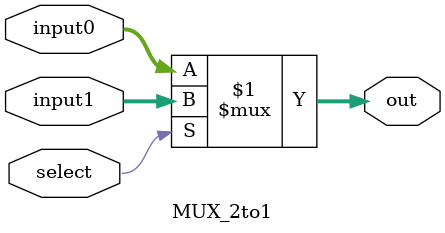
<source format=v>
module MUX_2to1( input [31:0] input0 , 
                 input [31:0] input1, 
                 input select, 
                 output [31:0] out);
   assign out = select? input1 : input0;
 endmodule   
</source>
